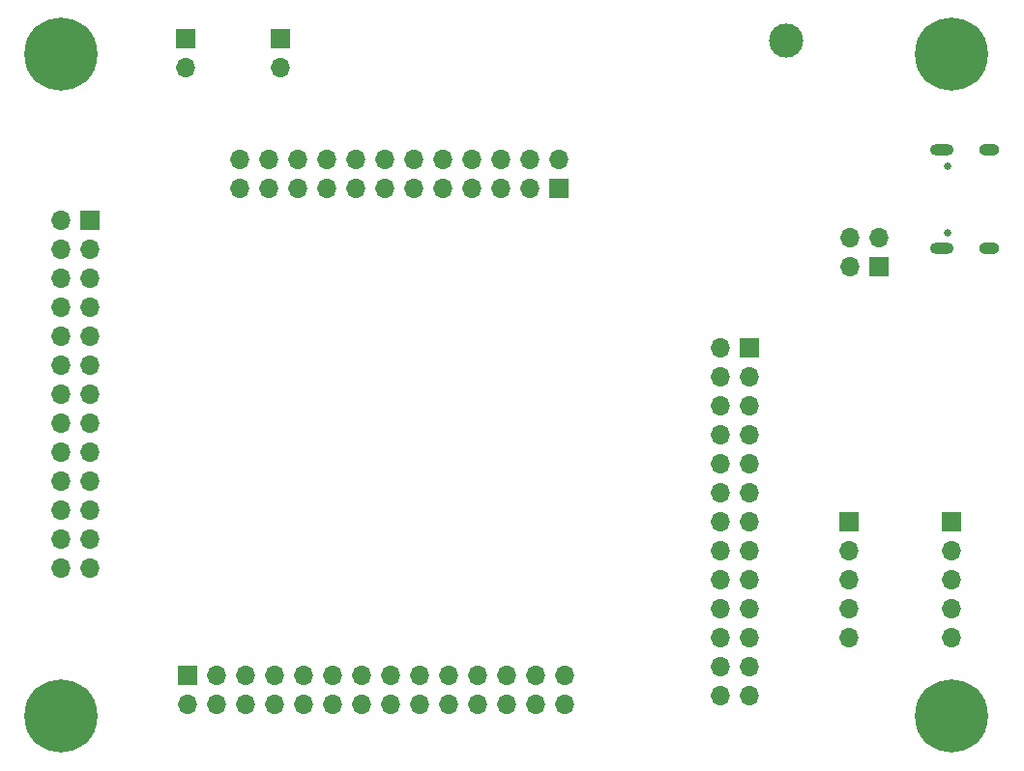
<source format=gbr>
%TF.GenerationSoftware,KiCad,Pcbnew,8.0.0*%
%TF.CreationDate,2024-03-05T09:29:38+01:00*%
%TF.ProjectId,pcb723,70636237-3233-42e6-9b69-6361645f7063,rev?*%
%TF.SameCoordinates,PX55d4a80PY2625a00*%
%TF.FileFunction,Soldermask,Bot*%
%TF.FilePolarity,Negative*%
%FSLAX46Y46*%
G04 Gerber Fmt 4.6, Leading zero omitted, Abs format (unit mm)*
G04 Created by KiCad (PCBNEW 8.0.0) date 2024-03-05 09:29:38*
%MOMM*%
%LPD*%
G01*
G04 APERTURE LIST*
%ADD10R,1.700000X1.700000*%
%ADD11O,1.700000X1.700000*%
%ADD12C,3.000000*%
%ADD13C,0.800000*%
%ADD14C,6.400000*%
%ADD15C,0.650000*%
%ADD16O,2.100000X1.000000*%
%ADD17O,1.800000X1.000000*%
G04 APERTURE END LIST*
D10*
%TO.C,J6*%
X66300000Y-31690000D03*
D11*
X63760000Y-31690000D03*
X66300000Y-34230000D03*
X63760000Y-34230000D03*
X66300000Y-36770000D03*
X63760000Y-36770000D03*
X66300000Y-39310000D03*
X63760000Y-39310000D03*
X66300000Y-41850000D03*
X63760000Y-41850000D03*
X66300000Y-44390000D03*
X63760000Y-44390000D03*
X66300000Y-46930000D03*
X63760000Y-46930000D03*
X66300000Y-49470000D03*
X63760000Y-49470000D03*
X66300000Y-52010000D03*
X63760000Y-52010000D03*
X66300000Y-54550000D03*
X63760000Y-54550000D03*
X66300000Y-57090000D03*
X63760000Y-57090000D03*
X66300000Y-59630000D03*
X63760000Y-59630000D03*
X66300000Y-62170000D03*
X63760000Y-62170000D03*
%TD*%
D10*
%TO.C,J2*%
X16900000Y-4610000D03*
D11*
X16900000Y-7150000D03*
%TD*%
D10*
%TO.C,J11*%
X84000000Y-47000000D03*
D11*
X84000000Y-49540000D03*
X84000000Y-52080000D03*
X84000000Y-54620000D03*
X84000000Y-57160000D03*
%TD*%
D10*
%TO.C,J9*%
X49600000Y-17760000D03*
D11*
X49600000Y-15220000D03*
X47060000Y-17760000D03*
X47060000Y-15220000D03*
X44520000Y-17760000D03*
X44520000Y-15220000D03*
X41980000Y-17760000D03*
X41980000Y-15220000D03*
X39440000Y-17760000D03*
X39440000Y-15220000D03*
X36900000Y-17760000D03*
X36900000Y-15220000D03*
X34360000Y-17760000D03*
X34360000Y-15220000D03*
X31820000Y-17760000D03*
X31820000Y-15220000D03*
X29280000Y-17760000D03*
X29280000Y-15220000D03*
X26740000Y-17760000D03*
X26740000Y-15220000D03*
X24200000Y-17760000D03*
X24200000Y-15220000D03*
X21660000Y-17760000D03*
X21660000Y-15220000D03*
%TD*%
D10*
%TO.C,J7*%
X17120000Y-60400000D03*
D11*
X17120000Y-62940000D03*
X19660000Y-60400000D03*
X19660000Y-62940000D03*
X22200000Y-60400000D03*
X22200000Y-62940000D03*
X24740000Y-60400000D03*
X24740000Y-62940000D03*
X27280000Y-60400000D03*
X27280000Y-62940000D03*
X29820000Y-60400000D03*
X29820000Y-62940000D03*
X32360000Y-60400000D03*
X32360000Y-62940000D03*
X34900000Y-60400000D03*
X34900000Y-62940000D03*
X37440000Y-60400000D03*
X37440000Y-62940000D03*
X39980000Y-60400000D03*
X39980000Y-62940000D03*
X42520000Y-60400000D03*
X42520000Y-62940000D03*
X45060000Y-60400000D03*
X45060000Y-62940000D03*
X47600000Y-60400000D03*
X47600000Y-62940000D03*
X50140000Y-60400000D03*
X50140000Y-62940000D03*
%TD*%
D12*
%TO.C,TP1*%
X69500000Y-4840000D03*
%TD*%
D10*
%TO.C,J1*%
X25190000Y-4610000D03*
D11*
X25190000Y-7150000D03*
%TD*%
D10*
%TO.C,J4*%
X77590000Y-24595000D03*
D11*
X77590000Y-22055000D03*
X75050000Y-24595000D03*
X75050000Y-22055000D03*
%TD*%
D13*
%TO.C,H3*%
X3600000Y-64000000D03*
X4302944Y-62302944D03*
X4302944Y-65697056D03*
X6000000Y-61600000D03*
D14*
X6000000Y-64000000D03*
D13*
X6000000Y-66400000D03*
X7697056Y-62302944D03*
X7697056Y-65697056D03*
X8400000Y-64000000D03*
%TD*%
D10*
%TO.C,J8*%
X8500000Y-20590000D03*
D11*
X5960000Y-20590000D03*
X8500000Y-23130000D03*
X5960000Y-23130000D03*
X8500000Y-25670000D03*
X5960000Y-25670000D03*
X8500000Y-28210000D03*
X5960000Y-28210000D03*
X8500000Y-30750000D03*
X5960000Y-30750000D03*
X8500000Y-33290000D03*
X5960000Y-33290000D03*
X8500000Y-35830000D03*
X5960000Y-35830000D03*
X8500000Y-38370000D03*
X5960000Y-38370000D03*
X8500000Y-40910000D03*
X5960000Y-40910000D03*
X8500000Y-43450000D03*
X5960000Y-43450000D03*
X8500000Y-45990000D03*
X5960000Y-45990000D03*
X8500000Y-48530000D03*
X5960000Y-48530000D03*
X8500000Y-51070000D03*
X5960000Y-51070000D03*
%TD*%
D15*
%TO.C,J5*%
X83630000Y-21610000D03*
X83630000Y-15830000D03*
D16*
X83130000Y-23040000D03*
D17*
X87310000Y-23040000D03*
D16*
X83130000Y-14400000D03*
D17*
X87310000Y-14400000D03*
%TD*%
D13*
%TO.C,H2*%
X81600000Y-6000000D03*
X82302944Y-4302944D03*
X82302944Y-7697056D03*
X84000000Y-3600000D03*
D14*
X84000000Y-6000000D03*
D13*
X84000000Y-8400000D03*
X85697056Y-4302944D03*
X85697056Y-7697056D03*
X86400000Y-6000000D03*
%TD*%
%TO.C,H1*%
X3600000Y-6000000D03*
X4302944Y-4302944D03*
X4302944Y-7697056D03*
X6000000Y-3600000D03*
D14*
X6000000Y-6000000D03*
D13*
X6000000Y-8400000D03*
X7697056Y-4302944D03*
X7697056Y-7697056D03*
X8400000Y-6000000D03*
%TD*%
%TO.C,H4*%
X81600000Y-64000000D03*
X82302944Y-62302944D03*
X82302944Y-65697056D03*
X84000000Y-61600000D03*
D14*
X84000000Y-64000000D03*
D13*
X84000000Y-66400000D03*
X85697056Y-62302944D03*
X85697056Y-65697056D03*
X86400000Y-64000000D03*
%TD*%
D10*
%TO.C,J10*%
X75000000Y-47000000D03*
D11*
X75000000Y-49540000D03*
X75000000Y-52080000D03*
X75000000Y-54620000D03*
X75000000Y-57160000D03*
%TD*%
M02*

</source>
